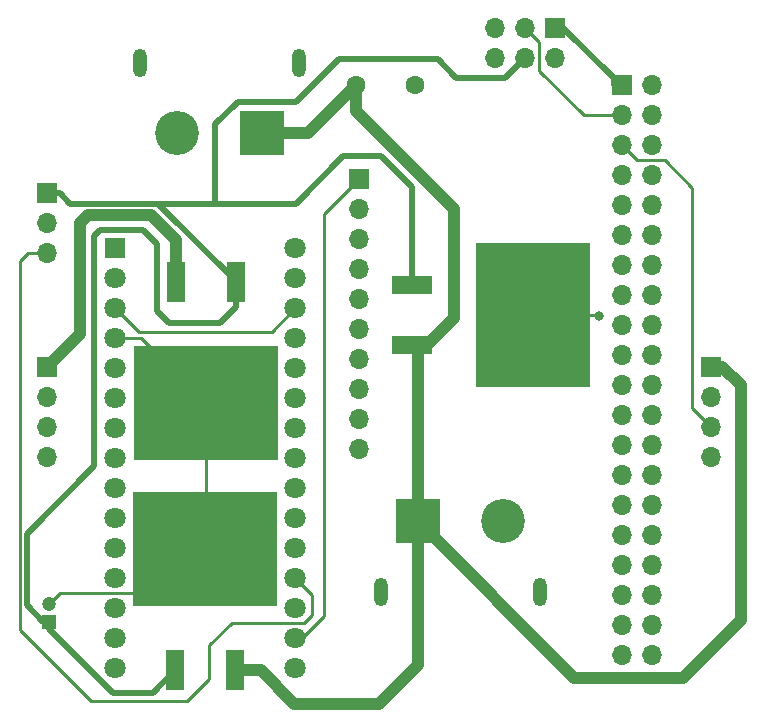
<source format=gbr>
%TF.GenerationSoftware,KiCad,Pcbnew,(6.0.4)*%
%TF.CreationDate,2022-09-15T01:58:29-04:00*%
%TF.ProjectId,Pi_HAT,50695f48-4154-42e6-9b69-6361645f7063,rev?*%
%TF.SameCoordinates,Original*%
%TF.FileFunction,Copper,L2,Bot*%
%TF.FilePolarity,Positive*%
%FSLAX46Y46*%
G04 Gerber Fmt 4.6, Leading zero omitted, Abs format (unit mm)*
G04 Created by KiCad (PCBNEW (6.0.4)) date 2022-09-15 01:58:29*
%MOMM*%
%LPD*%
G01*
G04 APERTURE LIST*
%TA.AperFunction,ComponentPad*%
%ADD10R,1.800000X1.800000*%
%TD*%
%TA.AperFunction,ComponentPad*%
%ADD11C,1.800000*%
%TD*%
%TA.AperFunction,ComponentPad*%
%ADD12R,1.700000X1.700000*%
%TD*%
%TA.AperFunction,ComponentPad*%
%ADD13O,1.700000X1.700000*%
%TD*%
%TA.AperFunction,ComponentPad*%
%ADD14C,1.600000*%
%TD*%
%TA.AperFunction,ComponentPad*%
%ADD15R,3.716000X3.716000*%
%TD*%
%TA.AperFunction,ComponentPad*%
%ADD16C,3.716000*%
%TD*%
%TA.AperFunction,ComponentPad*%
%ADD17O,1.200000X2.400000*%
%TD*%
%TA.AperFunction,ComponentPad*%
%ADD18R,1.200000X1.200000*%
%TD*%
%TA.AperFunction,ComponentPad*%
%ADD19C,1.200000*%
%TD*%
%TA.AperFunction,SMDPad,CuDef*%
%ADD20R,3.500000X1.600000*%
%TD*%
%TA.AperFunction,SMDPad,CuDef*%
%ADD21R,9.750000X12.200000*%
%TD*%
%TA.AperFunction,SMDPad,CuDef*%
%ADD22R,1.600000X3.500000*%
%TD*%
%TA.AperFunction,SMDPad,CuDef*%
%ADD23R,12.200000X9.750000*%
%TD*%
%TA.AperFunction,ViaPad*%
%ADD24C,0.800000*%
%TD*%
%TA.AperFunction,Conductor*%
%ADD25C,0.250000*%
%TD*%
%TA.AperFunction,Conductor*%
%ADD26C,0.500000*%
%TD*%
%TA.AperFunction,Conductor*%
%ADD27C,1.000000*%
%TD*%
G04 APERTURE END LIST*
D10*
%TO.P,TB1,1,D1/TX*%
%TO.N,unconnected-(TB1-Pad1)*%
X108780000Y-93170000D03*
D11*
%TO.P,TB1,2,D0/RX*%
%TO.N,unconnected-(TB1-Pad2)*%
X108780000Y-95710000D03*
%TO.P,TB1,3,RESET*%
%TO.N,unconnected-(TB1-Pad28)*%
X108780000Y-98250000D03*
%TO.P,TB1,4,COM/GND*%
%TO.N,GND*%
X108780000Y-100790000D03*
%TO.P,TB1,5,D2*%
%TO.N,unconnected-(TB1-Pad5)*%
X108780000Y-103330000D03*
%TO.P,TB1,6,D3*%
%TO.N,unconnected-(TB1-Pad6)*%
X108780000Y-105870000D03*
%TO.P,TB1,7,D4*%
%TO.N,unconnected-(TB1-Pad7)*%
X108780000Y-108410000D03*
%TO.P,TB1,8,D5*%
%TO.N,unconnected-(TB1-Pad8)*%
X108780000Y-110950000D03*
%TO.P,TB1,9,D6*%
%TO.N,unconnected-(TB1-Pad9)*%
X108780000Y-113490000D03*
%TO.P,TB1,10,D7*%
%TO.N,unconnected-(TB1-Pad10)*%
X108780000Y-116030000D03*
%TO.P,TB1,11,D8*%
%TO.N,unconnected-(TB1-Pad11)*%
X108780000Y-118570000D03*
%TO.P,TB1,12,D9*%
%TO.N,unconnected-(TB1-Pad12)*%
X108780000Y-121110000D03*
%TO.P,TB1,13,D10*%
%TO.N,unconnected-(TB1-Pad13)*%
X108780000Y-123650000D03*
%TO.P,TB1,14,D11/MOSI*%
%TO.N,unconnected-(TB1-Pad14)*%
X108780000Y-126190000D03*
%TO.P,TB1,15,D12/MISO*%
%TO.N,unconnected-(TB1-Pad15)*%
X108780000Y-128730000D03*
%TO.P,TB1,16,D13/SCK*%
%TO.N,unconnected-(TB1-Pad16)*%
X124020000Y-128730000D03*
%TO.P,TB1,17,3V3*%
%TO.N,3.3VN*%
X124020000Y-126190000D03*
%TO.P,TB1,18,AREF*%
%TO.N,unconnected-(TB1-Pad18)*%
X124020000Y-123650000D03*
%TO.P,TB1,19,A0*%
%TO.N,/PS*%
X124020000Y-121110000D03*
%TO.P,TB1,20,A1*%
%TO.N,unconnected-(TB1-Pad20)*%
X124020000Y-118570000D03*
%TO.P,TB1,21,A2*%
%TO.N,unconnected-(TB1-Pad21)*%
X124020000Y-116030000D03*
%TO.P,TB1,22,A3*%
%TO.N,unconnected-(TB1-Pad22)*%
X124020000Y-113490000D03*
%TO.P,TB1,23,A4*%
%TO.N,SDAN*%
X124020000Y-110950000D03*
%TO.P,TB1,24,A5*%
%TO.N,SCLN*%
X124020000Y-108410000D03*
%TO.P,TB1,25,A6*%
%TO.N,unconnected-(TB1-Pad25)*%
X124020000Y-105870000D03*
%TO.P,TB1,26,A7*%
%TO.N,unconnected-(TB1-Pad26)*%
X124020000Y-103330000D03*
%TO.P,TB1,27,+5V*%
%TO.N,unconnected-(TB1-Pad27)*%
X124020000Y-100790000D03*
%TO.P,TB1,28,RESET*%
%TO.N,unconnected-(TB1-Pad28)*%
X124020000Y-98250000D03*
%TO.P,TB1,29,COM/GND*%
%TO.N,GND*%
X124020000Y-95710000D03*
%TO.P,TB1,30,VIN*%
%TO.N,unconnected-(TB1-Pad30)*%
X124020000Y-93170000D03*
%TD*%
D12*
%TO.P,J3,1,Pin_1*%
%TO.N,3.3VP*%
X146000000Y-74500000D03*
D13*
%TO.P,J3,2,Pin_2*%
%TO.N,/5V*%
X146000000Y-77040000D03*
%TO.P,J3,3,Pin_3*%
%TO.N,/SDA*%
X143460000Y-74500000D03*
%TO.P,J3,4,Pin_4*%
%TO.N,/5V*%
X143460000Y-77040000D03*
%TO.P,J3,5,Pin_5*%
%TO.N,/SCL*%
X140920000Y-74500000D03*
%TO.P,J3,6,Pin_6*%
%TO.N,GND*%
X140920000Y-77040000D03*
%TD*%
D12*
%TO.P,J1,1,Pin_1*%
%TO.N,3.3VN*%
X129400000Y-87300000D03*
D13*
%TO.P,J1,2,Pin_2*%
%TO.N,GND*%
X129400000Y-89840000D03*
%TO.P,J1,3,Pin_3*%
%TO.N,SCLN*%
X129400000Y-92380000D03*
%TO.P,J1,4,Pin_4*%
%TO.N,SDAN*%
X129400000Y-94920000D03*
%TO.P,J1,5,Pin_5*%
%TO.N,unconnected-(J1-Pad5)*%
X129400000Y-97460000D03*
%TO.P,J1,6,Pin_6*%
%TO.N,unconnected-(J1-Pad6)*%
X129400000Y-100000000D03*
%TO.P,J1,7,Pin_7*%
%TO.N,unconnected-(J1-Pad7)*%
X129400000Y-102540000D03*
%TO.P,J1,8,Pin_8*%
%TO.N,unconnected-(J1-Pad8)*%
X129400000Y-105080000D03*
%TO.P,J1,9,Pin_9*%
%TO.N,unconnected-(J1-Pad9)*%
X129400000Y-107620000D03*
%TO.P,J1,10,Pin_10*%
%TO.N,unconnected-(J1-Pad10)*%
X129400000Y-110160000D03*
%TD*%
%TO.P,J2,40,Pin_40*%
%TO.N,unconnected-(J2-Pad40)*%
X154265000Y-127660000D03*
%TO.P,J2,39,Pin_39*%
%TO.N,unconnected-(J2-Pad39)*%
X151725000Y-127660000D03*
%TO.P,J2,38,Pin_38*%
%TO.N,unconnected-(J2-Pad38)*%
X154265000Y-125120000D03*
%TO.P,J2,37,Pin_37*%
%TO.N,unconnected-(J2-Pad37)*%
X151725000Y-125120000D03*
%TO.P,J2,36,Pin_36*%
%TO.N,unconnected-(J2-Pad36)*%
X154265000Y-122580000D03*
%TO.P,J2,35,Pin_35*%
%TO.N,unconnected-(J2-Pad35)*%
X151725000Y-122580000D03*
%TO.P,J2,34,Pin_34*%
%TO.N,unconnected-(J2-Pad34)*%
X154265000Y-120040000D03*
%TO.P,J2,33,Pin_33*%
%TO.N,unconnected-(J2-Pad33)*%
X151725000Y-120040000D03*
%TO.P,J2,32,Pin_32*%
%TO.N,unconnected-(J2-Pad32)*%
X154265000Y-117500000D03*
%TO.P,J2,31,Pin_31*%
%TO.N,unconnected-(J2-Pad31)*%
X151725000Y-117500000D03*
%TO.P,J2,30,Pin_30*%
%TO.N,unconnected-(J2-Pad30)*%
X154265000Y-114960000D03*
%TO.P,J2,29,Pin_29*%
%TO.N,unconnected-(J2-Pad29)*%
X151725000Y-114960000D03*
%TO.P,J2,28,Pin_28*%
%TO.N,unconnected-(J2-Pad28)*%
X154265000Y-112420000D03*
%TO.P,J2,27,Pin_27*%
%TO.N,unconnected-(J2-Pad27)*%
X151725000Y-112420000D03*
%TO.P,J2,26,Pin_26*%
%TO.N,unconnected-(J2-Pad26)*%
X154265000Y-109880000D03*
%TO.P,J2,25,Pin_25*%
%TO.N,unconnected-(J2-Pad25)*%
X151725000Y-109880000D03*
%TO.P,J2,24,Pin_24*%
%TO.N,unconnected-(J2-Pad24)*%
X154265000Y-107340000D03*
%TO.P,J2,23,Pin_23*%
%TO.N,unconnected-(J2-Pad23)*%
X151725000Y-107340000D03*
%TO.P,J2,22,Pin_22*%
%TO.N,unconnected-(J2-Pad22)*%
X154265000Y-104800000D03*
%TO.P,J2,21,Pin_21*%
%TO.N,unconnected-(J2-Pad21)*%
X151725000Y-104800000D03*
%TO.P,J2,20,Pin_20*%
%TO.N,unconnected-(J2-Pad20)*%
X154265000Y-102260000D03*
%TO.P,J2,19,Pin_19*%
%TO.N,unconnected-(J2-Pad19)*%
X151725000Y-102260000D03*
%TO.P,J2,18,Pin_18*%
%TO.N,unconnected-(J2-Pad18)*%
X154265000Y-99720000D03*
%TO.P,J2,17,Pin_17*%
%TO.N,unconnected-(J2-Pad17)*%
X151725000Y-99720000D03*
%TO.P,J2,16,Pin_16*%
%TO.N,unconnected-(J2-Pad16)*%
X154265000Y-97180000D03*
%TO.P,J2,15,Pin_15*%
%TO.N,unconnected-(J2-Pad15)*%
X151725000Y-97180000D03*
%TO.P,J2,14,Pin_14*%
%TO.N,unconnected-(J2-Pad14)*%
X154265000Y-94640000D03*
%TO.P,J2,13,Pin_13*%
%TO.N,unconnected-(J2-Pad13)*%
X151725000Y-94640000D03*
%TO.P,J2,12,Pin_12*%
%TO.N,unconnected-(J2-Pad12)*%
X154265000Y-92100000D03*
%TO.P,J2,11,Pin_11*%
%TO.N,unconnected-(J2-Pad11)*%
X151725000Y-92100000D03*
%TO.P,J2,10,Pin_10*%
%TO.N,unconnected-(J2-Pad10)*%
X154265000Y-89560000D03*
%TO.P,J2,9,Pin_9*%
%TO.N,unconnected-(J2-Pad9)*%
X151725000Y-89560000D03*
%TO.P,J2,8,Pin_8*%
%TO.N,unconnected-(J2-Pad8)*%
X154265000Y-87020000D03*
%TO.P,J2,7,Pin_7*%
%TO.N,unconnected-(J2-Pad7)*%
X151725000Y-87020000D03*
%TO.P,J2,6,Pin_6*%
%TO.N,GND*%
X154265000Y-84480000D03*
%TO.P,J2,5,Pin_5*%
%TO.N,/SCL*%
X151725000Y-84480000D03*
%TO.P,J2,4,Pin_4*%
%TO.N,/5V*%
X154265000Y-81940000D03*
%TO.P,J2,3,Pin_3*%
%TO.N,/SDA*%
X151725000Y-81940000D03*
%TO.P,J2,2,Pin_2*%
%TO.N,/5V*%
X154265000Y-79400000D03*
D12*
%TO.P,J2,1,Pin_1*%
%TO.N,3.3VP*%
X151725000Y-79400000D03*
%TD*%
D14*
%TO.P,C1,1*%
%TO.N,12V*%
X129200000Y-79400000D03*
%TO.P,C1,2*%
%TO.N,GND*%
X134200000Y-79400000D03*
%TD*%
D12*
%TO.P,J4,1,Pin_1*%
%TO.N,12V*%
X103000000Y-103200000D03*
D13*
%TO.P,J4,2,Pin_2*%
%TO.N,GND*%
X103000000Y-105740000D03*
%TO.P,J4,3,Pin_3*%
%TO.N,/SCL*%
X103000000Y-108280000D03*
%TO.P,J4,4,Pin_4*%
%TO.N,/SDA*%
X103000000Y-110820000D03*
%TD*%
D15*
%TO.P,J5,1,+*%
%TO.N,12V*%
X121200000Y-83465750D03*
D16*
%TO.P,J5,2,-*%
%TO.N,GND*%
X114000000Y-83465750D03*
D17*
%TO.P,J5,S1*%
%TO.N,N/C*%
X124350000Y-77465750D03*
%TO.P,J5,S2*%
X110850000Y-77465750D03*
%TD*%
D18*
%TO.P,C2,1*%
%TO.N,/5V*%
X103200000Y-124800000D03*
D19*
%TO.P,C2,2*%
%TO.N,GND*%
X103200000Y-123300000D03*
%TD*%
D12*
%TO.P,J6,1,Pin_1*%
%TO.N,12V*%
X159200000Y-103200000D03*
D13*
%TO.P,J6,2,Pin_2*%
%TO.N,GND*%
X159200000Y-105740000D03*
%TO.P,J6,3,Pin_3*%
%TO.N,/SCL*%
X159200000Y-108280000D03*
%TO.P,J6,4,Pin_4*%
%TO.N,/SDA*%
X159200000Y-110820000D03*
%TD*%
D12*
%TO.P,J7,1,Pin_1*%
%TO.N,/5V*%
X103000000Y-88475000D03*
D13*
%TO.P,J7,2,Pin_2*%
%TO.N,GND*%
X103000000Y-91015000D03*
%TO.P,J7,3,Pin_3*%
%TO.N,/PS*%
X103000000Y-93555000D03*
%TD*%
D15*
%TO.P,J8,1,+*%
%TO.N,12V*%
X134400000Y-116300000D03*
D16*
%TO.P,J8,2,-*%
%TO.N,GND*%
X141600000Y-116300000D03*
D17*
%TO.P,J8,S1*%
%TO.N,N/C*%
X131250000Y-122300000D03*
%TO.P,J8,S2*%
X144750000Y-122300000D03*
%TD*%
D20*
%TO.P,VR1,1,INPUT*%
%TO.N,12V*%
X133900000Y-101340000D03*
%TO.P,VR1,3,OUTPUT*%
%TO.N,/5V*%
X133900000Y-96260000D03*
D21*
%TO.P,VR1,4,GND*%
%TO.N,GND*%
X144175000Y-98800000D03*
%TD*%
D22*
%TO.P,VR2,1,INPUT*%
%TO.N,12V*%
X113960000Y-96050000D03*
%TO.P,VR2,3,OUTPUT*%
%TO.N,/5V*%
X119040000Y-96050000D03*
D23*
%TO.P,VR2,4,GND*%
%TO.N,GND*%
X116500000Y-106325000D03*
%TD*%
D22*
%TO.P,VR3,1,INPUT*%
%TO.N,12V*%
X118940000Y-128900000D03*
%TO.P,VR3,3,OUTPUT*%
%TO.N,/5V*%
X113860000Y-128900000D03*
D23*
%TO.P,VR3,4,GND*%
%TO.N,GND*%
X116400000Y-118625000D03*
%TD*%
D24*
%TO.N,GND*%
X149750000Y-98950000D03*
%TD*%
D25*
%TO.N,3.3VN*%
X126450000Y-90250000D02*
X129400000Y-87300000D01*
X124560000Y-126190000D02*
X126450000Y-124300000D01*
X124020000Y-126190000D02*
X124560000Y-126190000D01*
X126450000Y-124300000D02*
X126450000Y-90250000D01*
D26*
%TO.N,3.3VP*%
X146700000Y-74500000D02*
X151000000Y-78800000D01*
X146000000Y-74500000D02*
X146700000Y-74500000D01*
X151000000Y-78800000D02*
X151000000Y-79400000D01*
D25*
%TO.N,unconnected-(TB1-Pad28)*%
X110780000Y-100250000D02*
X122020000Y-100250000D01*
X108780000Y-98250000D02*
X110780000Y-100250000D01*
X122020000Y-100250000D02*
X124020000Y-98250000D01*
%TO.N,/PS*%
X125450000Y-122540000D02*
X124020000Y-121110000D01*
X103000000Y-93555000D02*
X101445000Y-93555000D01*
X101445000Y-93555000D02*
X100700000Y-94300000D01*
X100700000Y-125500000D02*
X106750000Y-131550000D01*
X125450000Y-124250000D02*
X125450000Y-122540000D01*
X116750000Y-126800000D02*
X118650000Y-124900000D01*
X124800000Y-124900000D02*
X125450000Y-124250000D01*
X118650000Y-124900000D02*
X124800000Y-124900000D01*
X116750000Y-129650000D02*
X116750000Y-126800000D01*
X114850000Y-131550000D02*
X116750000Y-129650000D01*
X100700000Y-94300000D02*
X100700000Y-125500000D01*
X106750000Y-131550000D02*
X114850000Y-131550000D01*
%TO.N,GND*%
X149600000Y-98800000D02*
X149750000Y-98950000D01*
X144175000Y-98800000D02*
X149600000Y-98800000D01*
X116500000Y-106325000D02*
X116500000Y-118525000D01*
X112625000Y-122400000D02*
X116400000Y-118625000D01*
X104100000Y-122400000D02*
X112625000Y-122400000D01*
X110965000Y-100790000D02*
X116500000Y-106325000D01*
X116500000Y-118525000D02*
X116400000Y-118625000D01*
X103200000Y-123300000D02*
X104100000Y-122400000D01*
X108780000Y-100790000D02*
X110965000Y-100790000D01*
D27*
%TO.N,12V*%
X161750000Y-124650000D02*
X161750000Y-104750000D01*
X134400000Y-128500000D02*
X134400000Y-116300000D01*
X137450000Y-89850000D02*
X137450000Y-99100000D01*
X156850000Y-129550000D02*
X161750000Y-124650000D01*
X121200000Y-83465750D02*
X125134250Y-83465750D01*
X105800000Y-100400000D02*
X105800000Y-91050000D01*
X134400000Y-116300000D02*
X147650000Y-129550000D01*
X103000000Y-103200000D02*
X105800000Y-100400000D01*
X105800000Y-91050000D02*
X106500000Y-90350000D01*
X160200000Y-103200000D02*
X159200000Y-103200000D01*
X131150000Y-131750000D02*
X134400000Y-128500000D01*
X123950000Y-131750000D02*
X131150000Y-131750000D01*
X125134250Y-83465750D02*
X129200000Y-79400000D01*
X118940000Y-128900000D02*
X121100000Y-128900000D01*
X129200000Y-81600000D02*
X137450000Y-89850000D01*
X106500000Y-90350000D02*
X111850000Y-90350000D01*
X134400000Y-101840000D02*
X133900000Y-101340000D01*
X137450000Y-99100000D02*
X135210000Y-101340000D01*
X129200000Y-79400000D02*
X129200000Y-81600000D01*
X147650000Y-129550000D02*
X156850000Y-129550000D01*
X134400000Y-116300000D02*
X134400000Y-101840000D01*
X161750000Y-104750000D02*
X160200000Y-103200000D01*
X121100000Y-128900000D02*
X123950000Y-131750000D01*
X135210000Y-101340000D02*
X133900000Y-101340000D01*
X113960000Y-92460000D02*
X113960000Y-96050000D01*
X111850000Y-90350000D02*
X113960000Y-92460000D01*
D26*
%TO.N,/5V*%
X117650000Y-99550000D02*
X119040000Y-98160000D01*
X124100000Y-89400000D02*
X128100000Y-85400000D01*
X107500000Y-91650000D02*
X111100000Y-91650000D01*
X112300000Y-98500000D02*
X113350000Y-99550000D01*
X111960000Y-130800000D02*
X113860000Y-128900000D01*
X119150000Y-80800000D02*
X117250000Y-82700000D01*
X112300000Y-92850000D02*
X112300000Y-98500000D01*
X137650000Y-78750000D02*
X136100000Y-77200000D01*
X124100000Y-80800000D02*
X119150000Y-80800000D01*
X112450000Y-89400000D02*
X117250000Y-89400000D01*
X141750000Y-78750000D02*
X137650000Y-78750000D01*
X107000000Y-111650000D02*
X107000000Y-92150000D01*
X143460000Y-77040000D02*
X141750000Y-78750000D01*
X117250000Y-82700000D02*
X117250000Y-89400000D01*
X131300000Y-85400000D02*
X133900000Y-88000000D01*
X108600000Y-130800000D02*
X111960000Y-130800000D01*
X103200000Y-124800000D02*
X102700000Y-124800000D01*
X107000000Y-92150000D02*
X107500000Y-91650000D01*
X112450000Y-89400000D02*
X105000000Y-89400000D01*
X119040000Y-98160000D02*
X119040000Y-96050000D01*
X136100000Y-77200000D02*
X127700000Y-77200000D01*
X105000000Y-89400000D02*
X104075000Y-88475000D01*
X117250000Y-89400000D02*
X124100000Y-89400000D01*
X104075000Y-88475000D02*
X103000000Y-88475000D01*
X102700000Y-124800000D02*
X101300000Y-123400000D01*
X108600000Y-130800000D02*
X103200000Y-125400000D01*
X111100000Y-91650000D02*
X112300000Y-92850000D01*
X101300000Y-117350000D02*
X107000000Y-111650000D01*
X101300000Y-123400000D02*
X101300000Y-117350000D01*
X127700000Y-77200000D02*
X124100000Y-80800000D01*
X113350000Y-99550000D02*
X117650000Y-99550000D01*
X133900000Y-88000000D02*
X133900000Y-96260000D01*
X119040000Y-96050000D02*
X119040000Y-95990000D01*
X128100000Y-85400000D02*
X131300000Y-85400000D01*
X119040000Y-95990000D02*
X112450000Y-89400000D01*
X103200000Y-125400000D02*
X103200000Y-124800000D01*
D25*
%TO.N,/SCL*%
X159200000Y-108280000D02*
X157650000Y-106730000D01*
X155350000Y-85750000D02*
X152995000Y-85750000D01*
X157650000Y-106730000D02*
X157650000Y-88050000D01*
X152995000Y-85750000D02*
X151725000Y-84480000D01*
X157650000Y-88050000D02*
X155350000Y-85750000D01*
%TO.N,/SDA*%
X143460000Y-74500000D02*
X144700000Y-75740000D01*
X148490000Y-81940000D02*
X151000000Y-81940000D01*
X144700000Y-78150000D02*
X148490000Y-81940000D01*
X144700000Y-75740000D02*
X144700000Y-78150000D01*
%TD*%
M02*

</source>
